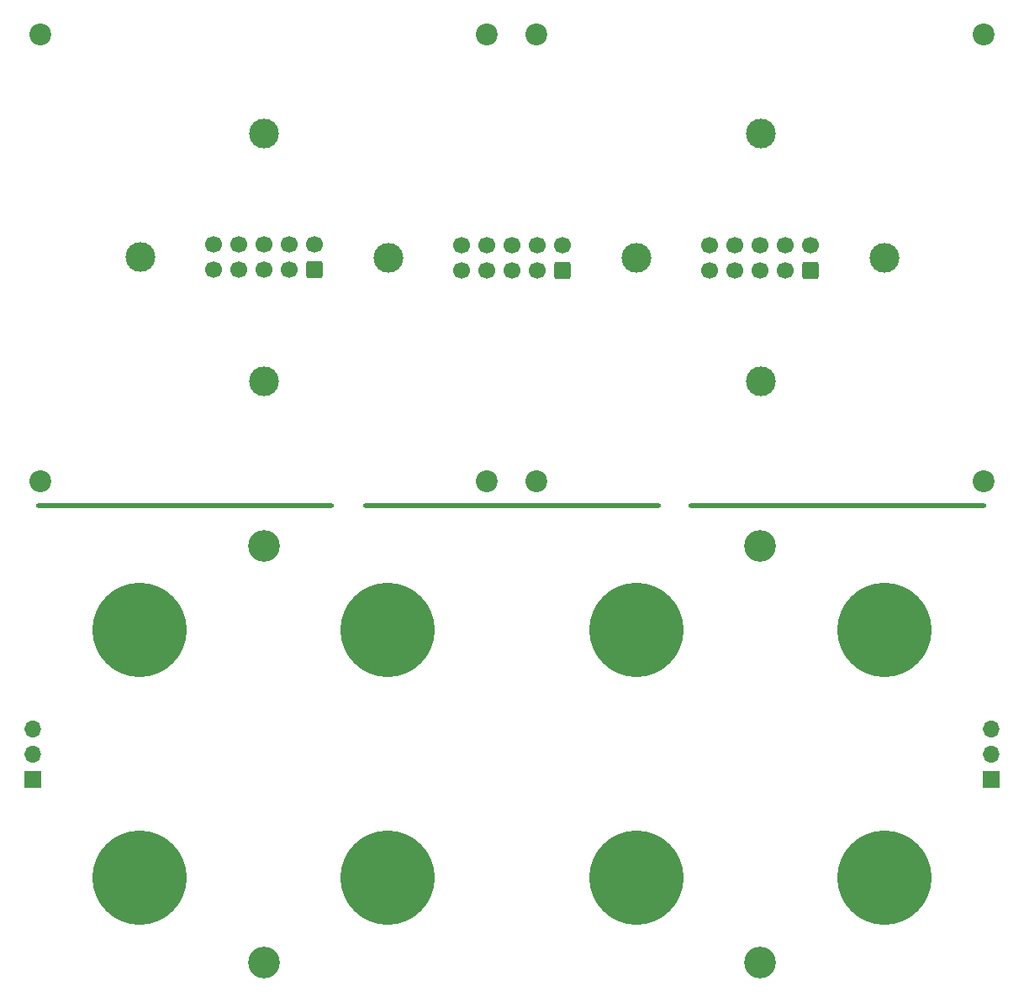
<source format=gbr>
G04 #@! TF.GenerationSoftware,KiCad,Pcbnew,(7.0.0)*
G04 #@! TF.CreationDate,2023-05-19T01:57:06+02:00*
G04 #@! TF.ProjectId,Pad,5061642e-6b69-4636-9164-5f7063625858,rev?*
G04 #@! TF.SameCoordinates,Original*
G04 #@! TF.FileFunction,Soldermask,Bot*
G04 #@! TF.FilePolarity,Negative*
%FSLAX46Y46*%
G04 Gerber Fmt 4.6, Leading zero omitted, Abs format (unit mm)*
G04 Created by KiCad (PCBNEW (7.0.0)) date 2023-05-19 01:57:06*
%MOMM*%
%LPD*%
G01*
G04 APERTURE LIST*
G04 Aperture macros list*
%AMRoundRect*
0 Rectangle with rounded corners*
0 $1 Rounding radius*
0 $2 $3 $4 $5 $6 $7 $8 $9 X,Y pos of 4 corners*
0 Add a 4 corners polygon primitive as box body*
4,1,4,$2,$3,$4,$5,$6,$7,$8,$9,$2,$3,0*
0 Add four circle primitives for the rounded corners*
1,1,$1+$1,$2,$3*
1,1,$1+$1,$4,$5*
1,1,$1+$1,$6,$7*
1,1,$1+$1,$8,$9*
0 Add four rect primitives between the rounded corners*
20,1,$1+$1,$2,$3,$4,$5,0*
20,1,$1+$1,$4,$5,$6,$7,0*
20,1,$1+$1,$6,$7,$8,$9,0*
20,1,$1+$1,$8,$9,$2,$3,0*%
G04 Aperture macros list end*
%ADD10O,30.000000X0.500000*%
%ADD11C,9.500000*%
%ADD12C,3.200000*%
%ADD13R,1.700000X1.700000*%
%ADD14O,1.700000X1.700000*%
%ADD15C,2.200000*%
%ADD16C,3.000000*%
%ADD17RoundRect,0.250000X0.600000X-0.600000X0.600000X0.600000X-0.600000X0.600000X-0.600000X-0.600000X0*%
%ADD18C,1.700000*%
G04 APERTURE END LIST*
D10*
X111001599Y-236998399D03*
X111001599Y-236998399D03*
X78099999Y-236999999D03*
X78099999Y-236999999D03*
X143799999Y-236999999D03*
X143799999Y-236999999D03*
D11*
X73500000Y-249500000D03*
D12*
X136000000Y-241000000D03*
D11*
X98500000Y-249500000D03*
X148500000Y-249500000D03*
X123500000Y-274500000D03*
D12*
X86000000Y-283000000D03*
D11*
X98500000Y-274500000D03*
X123500000Y-249500000D03*
D12*
X86000000Y-241000000D03*
D11*
X148500000Y-274500000D03*
D13*
X62749999Y-264539999D03*
D14*
X62749999Y-261999999D03*
X62749999Y-259459999D03*
D13*
X159249999Y-264539999D03*
D14*
X159249999Y-261999999D03*
X159249999Y-259459999D03*
D12*
X136000000Y-283000000D03*
D11*
X73500000Y-274500000D03*
D15*
X63500000Y-189500000D03*
X108500000Y-234500000D03*
X158500000Y-189500000D03*
D16*
X98550000Y-211950000D03*
D15*
X108500000Y-189500000D03*
X63500000Y-234500000D03*
D16*
X123550000Y-212000000D03*
D15*
X113500000Y-234500000D03*
D16*
X136050000Y-199450000D03*
D15*
X158500000Y-234500000D03*
D16*
X73559700Y-211939700D03*
D15*
X113500000Y-189500000D03*
D16*
X136050000Y-224450000D03*
X148550000Y-211950000D03*
X86050000Y-224450000D03*
X86050000Y-199450000D03*
D17*
X91080000Y-213200000D03*
D18*
X91080000Y-210660000D03*
X88540000Y-213200000D03*
X88540000Y-210660000D03*
X86000000Y-213200000D03*
X86000000Y-210660000D03*
X83460000Y-213200000D03*
X83460000Y-210660000D03*
X80920000Y-213200000D03*
X80920000Y-210660000D03*
D17*
X141100000Y-213252500D03*
D18*
X141100000Y-210712500D03*
X138560000Y-213252500D03*
X138560000Y-210712500D03*
X136020000Y-213252500D03*
X136020000Y-210712500D03*
X133480000Y-213252500D03*
X133480000Y-210712500D03*
X130940000Y-213252500D03*
X130940000Y-210712500D03*
D17*
X116080000Y-213252500D03*
D18*
X116080000Y-210712500D03*
X113540000Y-213252500D03*
X113540000Y-210712500D03*
X111000000Y-213252500D03*
X111000000Y-210712500D03*
X108460000Y-213252500D03*
X108460000Y-210712500D03*
X105920000Y-213252500D03*
X105920000Y-210712500D03*
M02*

</source>
